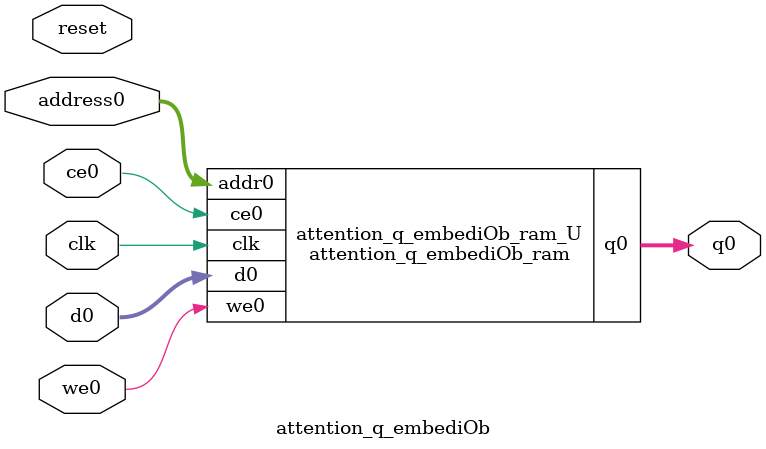
<source format=v>
`timescale 1 ns / 1 ps
module attention_q_embediOb_ram (addr0, ce0, d0, we0, q0,  clk);

parameter DWIDTH = 40;
parameter AWIDTH = 5;
parameter MEM_SIZE = 32;

input[AWIDTH-1:0] addr0;
input ce0;
input[DWIDTH-1:0] d0;
input we0;
output reg[DWIDTH-1:0] q0;
input clk;

(* ram_style = "block" *)reg [DWIDTH-1:0] ram[0:MEM_SIZE-1];




always @(posedge clk)  
begin 
    if (ce0) begin
        if (we0) 
            ram[addr0] <= d0; 
        q0 <= ram[addr0];
    end
end


endmodule

`timescale 1 ns / 1 ps
module attention_q_embediOb(
    reset,
    clk,
    address0,
    ce0,
    we0,
    d0,
    q0);

parameter DataWidth = 32'd40;
parameter AddressRange = 32'd32;
parameter AddressWidth = 32'd5;
input reset;
input clk;
input[AddressWidth - 1:0] address0;
input ce0;
input we0;
input[DataWidth - 1:0] d0;
output[DataWidth - 1:0] q0;



attention_q_embediOb_ram attention_q_embediOb_ram_U(
    .clk( clk ),
    .addr0( address0 ),
    .ce0( ce0 ),
    .we0( we0 ),
    .d0( d0 ),
    .q0( q0 ));

endmodule


</source>
